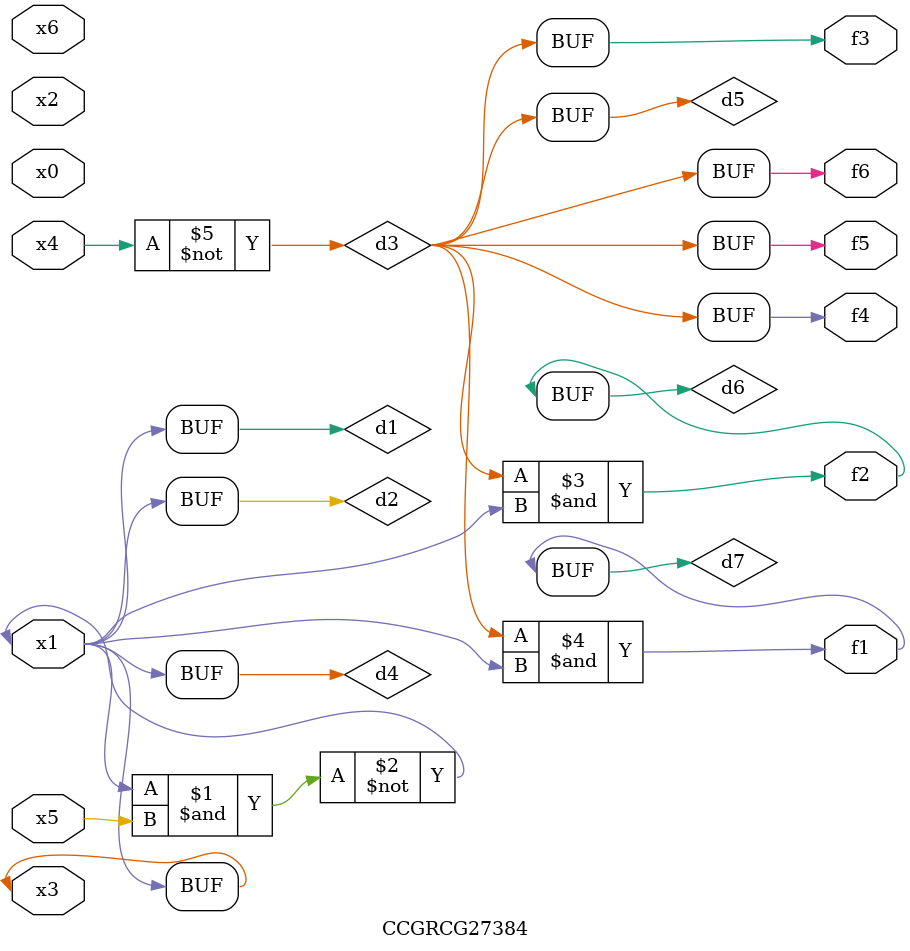
<source format=v>
module CCGRCG27384(
	input x0, x1, x2, x3, x4, x5, x6,
	output f1, f2, f3, f4, f5, f6
);

	wire d1, d2, d3, d4, d5, d6, d7;

	buf (d1, x1, x3);
	nand (d2, x1, x5);
	not (d3, x4);
	buf (d4, d1, d2);
	buf (d5, d3);
	and (d6, d3, d4);
	and (d7, d3, d4);
	assign f1 = d7;
	assign f2 = d6;
	assign f3 = d5;
	assign f4 = d5;
	assign f5 = d5;
	assign f6 = d5;
endmodule

</source>
